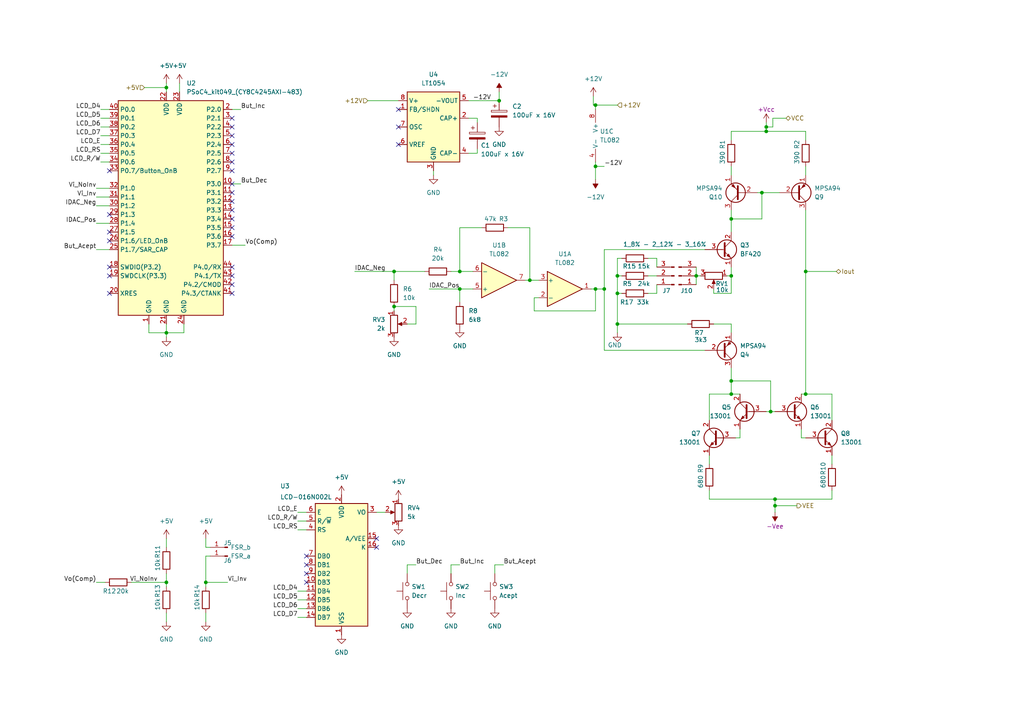
<source format=kicad_sch>
(kicad_sch (version 20231120) (generator "eeschema") (generator_version "8.0")
  (paper "A4")
  (title_block (title "Control_con_PSoC4_y_Fuente_de_corriente") (date "2022-08-27") (rev "1") (company "FaCENA-UNNE") (comment 1 "Dispositivo para relevamiento de umbrales de sensibilidad tactil.") (comment 2 "Tesis MIB: García Cabrera, Jeremías A."))
  (lib_symbols
    (symbol "Amplifier_Operational:TL082" (pin_names (offset 0.127))
      (property "Reference" "U" (at 0 5.08 0))
      (property "Value" "TL082" (at 0 -5.08 0))
      (symbol "TL082_1_1"
        (polyline (pts (xy -5.08 5.08) (xy 5.08 0) (xy -5.08 -5.08) (xy -5.08 5.08)) (stroke (width 0.254)) (fill (type background)))
        (pin output line (at 7.62 0 180) (length 2.54) (name "~") (number "1"))
        (pin input line (at -7.62 -2.54 0) (length 2.54) (name "-") (number "2"))
        (pin input line (at -7.62 2.54 0) (length 2.54) (name "+") (number "3"))
      )
      (symbol "TL082_2_1"
        (polyline (pts (xy -5.08 5.08) (xy 5.08 0) (xy -5.08 -5.08) (xy -5.08 5.08)) (stroke (width 0.254)) (fill (type background)))
        (pin input line (at -7.62 2.54 0) (length 2.54) (name "+") (number "5"))
        (pin input line (at -7.62 -2.54 0) (length 2.54) (name "-") (number "6"))
        (pin output line (at 7.62 0 180) (length 2.54) (name "~") (number "7"))
      )
      (symbol "TL082_3_1"
        (pin power_in line (at -2.54 -7.62 90) (length 3.81) (name "V-") (number "4"))
        (pin power_in line (at -2.54 7.62 270) (length 3.81) (name "V+") (number "8"))
      )
    )
    (symbol "BC547_1" (pin_names (offset 0) hide)
      (property "Reference" "Q1" (at 5.08 1.2701 0))
      (property "Value" "BF422" (at 5.08 -1.2699 0))
      (symbol "BC547_1_0_1"
        (polyline (pts (xy 0 0) (xy 0.635 0)))
        (polyline (pts (xy 0.635 0.635) (xy 2.54 2.54)))
        (polyline (pts (xy 0.635 -0.635) (xy 2.54 -2.54) (xy 2.54 -2.54)))
        (polyline (pts (xy 0.635 1.905) (xy 0.635 -1.905) (xy 0.635 -1.905)) (stroke (width 0.508)))
        (polyline (pts (xy 1.27 -1.778) (xy 1.778 -1.27) (xy 2.286 -2.286) (xy 1.27 -1.778) (xy 1.27 -1.778)) (fill (type outline)))
        (circle (center 1.27 0) (radius 2.8194) (stroke (width 0.254)))
      )
      (symbol "BC547_1_1_1"
        (pin passive line (at 2.54 -5.08 90) (length 2.54) (name "E") (number "1"))
        (pin passive line (at 2.54 5.08 270) (length 2.54) (name "C") (number "2"))
        (pin input line (at -5.08 0 0) (length 5.08) (name "B") (number "3"))
      )
    )
    (symbol "Connector:Conn_01x01_Male" (pin_names (offset 1.016) hide)
      (property "Reference" "J" (at 0 2.54 0))
      (property "Value" "Conn_01x01_Male" (at 0 -2.54 0))
      (symbol "Conn_01x01_Male_1_1"
        (polyline (pts (xy 1.27 0) (xy 0.8636 0)) (stroke (width 0.1524)))
        (rectangle (start 0.8636 0.127) (end 0 -0.127) (stroke (width 0.1524)) (fill (type outline)))
        (pin passive line (at 5.08 0 180) (length 3.81) (name "Pin_1") (number "1"))
      )
    )
    (symbol "Connector:Conn_01x03_Pin" (pin_names (offset 1.016) hide)
      (property "Reference" "J" (at 0 5.08 0))
      (property "Value" "Conn_01x03_Pin" (at 0 -5.08 0))
      (symbol "Conn_01x03_Pin_1_1"
        (polyline (pts (xy 1.27 -2.54) (xy 0.8636 -2.54)) (stroke (width 0.1524)))
        (polyline (pts (xy 1.27 0) (xy 0.8636 0)) (stroke (width 0.1524)))
        (polyline (pts (xy 1.27 2.54) (xy 0.8636 2.54)) (stroke (width 0.1524)))
        (rectangle (start 0.8636 -2.413) (end 0 -2.667) (stroke (width 0.1524)) (fill (type outline)))
        (rectangle (start 0.8636 0.127) (end 0 -0.127) (stroke (width 0.1524)) (fill (type outline)))
        (rectangle (start 0.8636 2.667) (end 0 2.413) (stroke (width 0.1524)) (fill (type outline)))
        (pin passive line (at 5.08 2.54 180) (length 3.81) (name "Pin_1") (number "1"))
        (pin passive line (at 5.08 0 180) (length 3.81) (name "Pin_2") (number "2"))
        (pin passive line (at 5.08 -2.54 180) (length 3.81) (name "Pin_3") (number "3"))
      )
    )
    (symbol "Device:C_Polarized" (pin_numbers hide) (pin_names (offset 0.254))
      (property "Reference" "C" (at 0.635 2.54 0))
      (property "Value" "C_Polarized" (at 0.635 -2.54 0))
      (symbol "C_Polarized_0_1"
        (rectangle (start -2.286 0.508) (end 2.286 1.016))
        (polyline (pts (xy -1.778 2.286) (xy -0.762 2.286)))
        (polyline (pts (xy -1.27 2.794) (xy -1.27 1.778)))
        (rectangle (start 2.286 -0.508) (end -2.286 -1.016) (fill (type outline)))
      )
      (symbol "C_Polarized_1_1"
        (pin passive line (at 0 3.81 270) (length 2.794) (name "~") (number "1"))
        (pin passive line (at 0 -3.81 90) (length 2.794) (name "~") (number "2"))
      )
    )
    (symbol "Device:R" (pin_numbers hide) (pin_names (offset 0))
      (property "Reference" "R" (at 2.032 0 90))
      (property "Value" "R" (at 0 0 90))
      (symbol "R_0_1"
        (rectangle (start -1.016 -2.54) (end 1.016 2.54) (stroke (width 0.254)))
      )
      (symbol "R_1_1"
        (pin passive line (at 0 3.81 270) (length 1.27) (name "~") (number "1"))
        (pin passive line (at 0 -3.81 90) (length 1.27) (name "~") (number "2"))
      )
    )
    (symbol "Device:R_Potentiometer" (pin_names (offset 1.016) hide)
      (property "Reference" "RV" (at -4.445 0 90))
      (property "Value" "R_Potentiometer" (at -2.54 0 90))
      (symbol "R_Potentiometer_0_1"
        (polyline (pts (xy 2.54 0) (xy 1.524 0)))
        (polyline (pts (xy 1.143 0) (xy 2.286 0.508) (xy 2.286 -0.508) (xy 1.143 0)) (fill (type outline)))
        (rectangle (start 1.016 2.54) (end -1.016 -2.54) (stroke (width 0.254)))
      )
      (symbol "R_Potentiometer_1_1"
        (pin passive line (at 0 3.81 270) (length 1.27) (name "1") (number "1"))
        (pin passive line (at 3.81 0 180) (length 1.27) (name "2") (number "2"))
        (pin passive line (at 0 -3.81 90) (length 1.27) (name "3") (number "3"))
      )
    )
    (symbol "Display_Character:LCD-016N002L"
      (property "Reference" "U1" (at -17.78 22.86 0))
      (property "Value" "LCD-016N002L" (at -17.78 19.685 0))
      (symbol "LCD-016N002L_1_1"
        (rectangle (start -7.62 17.78) (end 7.62 -17.78) (stroke (width 0.254)) (fill (type background)))
        (pin power_in line (at 0 -20.32 90) (length 2.54) (name "VSS") (number "1"))
        (pin bidirectional line (at -10.16 -5.08 0) (length 2.54) (name "DB3") (number "10"))
        (pin bidirectional line (at -10.16 -7.62 0) (length 2.54) (name "DB4") (number "11"))
        (pin bidirectional line (at -10.16 -10.16 0) (length 2.54) (name "DB5") (number "12"))
        (pin bidirectional line (at -10.16 -12.7 0) (length 2.54) (name "DB6") (number "13"))
        (pin bidirectional line (at -10.16 -15.24 0) (length 2.54) (name "DB7") (number "14"))
        (pin power_in line (at 10.16 7.62 180) (length 2.54) (name "A/VEE") (number "15"))
        (pin power_in line (at 10.16 5.08 180) (length 2.54) (name "K") (number "16"))
        (pin power_in line (at 0 20.32 270) (length 2.54) (name "VDD") (number "2"))
        (pin input line (at 10.16 15.24 180) (length 2.54) (name "VO") (number "3"))
        (pin input line (at -10.16 10.16 0) (length 2.54) (name "RS") (number "4"))
        (pin input line (at -10.16 12.7 0) (length 2.54) (name "R/~{W}") (number "5"))
        (pin input line (at -10.16 15.24 0) (length 2.54) (name "E") (number "6"))
        (pin bidirectional line (at -10.16 2.54 0) (length 2.54) (name "DB0") (number "7"))
        (pin bidirectional line (at -10.16 0 0) (length 2.54) (name "DB1") (number "8"))
        (pin bidirectional line (at -10.16 -2.54 0) (length 2.54) (name "DB2") (number "9"))
      )
    )
    (symbol "PSoC4_kit049:PSoC4_kit049_(CY8C4245AXI-483)"
      (property "Reference" "U2" (at 2.0194 45.72 0))
      (property "Value" "PSoC4_kit049_(CY8C4245AXI-483)" (at 2.0194 43.18 0))
      (symbol "PSoC4_kit049_(CY8C4245AXI-483)_0_1"
        (rectangle (start -17.78 40.64) (end 12.7 -21.59) (stroke (width 0.254)) (fill (type background)))
      )
      (symbol "PSoC4_kit049_(CY8C4245AXI-483)_1_1"
        (pin power_in line (at -8.89 -24.13 90) (length 2.54) (name "GND") (number "1"))
        (pin bidirectional line (at 15.24 16.51 180) (length 2.54) (name "P3.0") (number "10"))
        (pin bidirectional line (at 15.24 13.97 180) (length 2.54) (name "P3.1") (number "11"))
        (pin bidirectional line (at 15.24 11.43 180) (length 2.54) (name "P3.2") (number "12"))
        (pin bidirectional line (at 15.24 8.89 180) (length 2.54) (name "P3.3") (number "13"))
        (pin bidirectional line (at 15.24 6.35 180) (length 2.54) (name "P3.4") (number "14"))
        (pin bidirectional line (at 15.24 3.81 180) (length 2.54) (name "P3.5") (number "15"))
        (pin bidirectional line (at 15.24 1.27 180) (length 2.54) (name "P3.6") (number "16"))
        (pin bidirectional line (at 15.24 -1.27 180) (length 2.54) (name "P3.7") (number "17"))
        (pin bidirectional line (at -20.32 -7.62 0) (length 2.54) (name "SWDIO(P3.2)") (number "18"))
        (pin bidirectional line (at -20.32 -10.16 0) (length 2.54) (name "SWDCLK(P3.3)") (number "19"))
        (pin bidirectional line (at 15.24 38.1 180) (length 2.54) (name "P2.0") (number "2"))
        (pin input line (at -20.32 -15.24 0) (length 2.54) (name "XRES") (number "20"))
        (pin power_in line (at -3.81 -24.13 90) (length 2.54) (name "GND") (number "21"))
        (pin power_in line (at -3.81 43.18 270) (length 2.54) (name "VDD") (number "22"))
        (pin power_in line (at 0 43.18 270) (length 2.54) (name "VDD") (number "23"))
        (pin power_in line (at 1.27 -24.13 90) (length 2.54) (name "GND") (number "24"))
        (pin bidirectional line (at -20.32 -2.54 0) (length 2.54) (name "P1.7/SAR_CAP") (number "25"))
        (pin bidirectional line (at -20.32 0 0) (length 2.54) (name "P1.6/LED_OnB") (number "26"))
        (pin bidirectional line (at -20.32 2.54 0) (length 2.54) (name "P1.5") (number "27"))
        (pin bidirectional line (at -20.32 5.08 0) (length 2.54) (name "P1.4") (number "28"))
        (pin bidirectional line (at -20.32 7.62 0) (length 2.54) (name "P1.3") (number "29"))
        (pin bidirectional line (at 15.24 35.56 180) (length 2.54) (name "P2.1") (number "3"))
        (pin bidirectional line (at -20.32 10.16 0) (length 2.54) (name "P1.2") (number "30"))
        (pin bidirectional line (at -20.32 12.7 0) (length 2.54) (name "P1.1") (number "31"))
        (pin bidirectional line (at -20.32 15.24 0) (length 2.54) (name "P1.0") (number "32"))
        (pin bidirectional line (at -20.32 20.32 0) (length 2.54) (name "P0.7/Button_OnB") (number "33"))
        (pin bidirectional line (at -20.32 22.86 0) (length 2.54) (name "P0.6") (number "34"))
        (pin bidirectional line (at -20.32 25.4 0) (length 2.54) (name "P0.5") (number "35"))
        (pin bidirectional line (at -20.32 27.94 0) (length 2.54) (name "P0.4") (number "36"))
        (pin bidirectional line (at -20.32 30.48 0) (length 2.54) (name "P0.3") (number "37"))
        (pin bidirectional line (at -20.32 33.02 0) (length 2.54) (name "P0.2") (number "38"))
        (pin bidirectional line (at -20.32 35.56 0) (length 2.54) (name "P0.1") (number "39"))
        (pin bidirectional line (at 15.24 33.02 180) (length 2.54) (name "P2.2") (number "4"))
        (pin bidirectional line (at -20.32 38.1 0) (length 2.54) (name "P0.0") (number "40"))
        (pin bidirectional line (at 15.24 -15.24 180) (length 2.54) (name "P4.3/CTANK") (number "41"))
        (pin bidirectional line (at 15.24 -12.7 180) (length 2.54) (name "P4.2/CMOD") (number "42"))
        (pin bidirectional line (at 15.24 -10.16 180) (length 2.54) (name "P4.1/TX") (number "43"))
        (pin bidirectional line (at 15.24 -7.62 180) (length 2.54) (name "P4.0/RX") (number "44"))
        (pin bidirectional line (at 15.24 30.48 180) (length 2.54) (name "P2.3") (number "5"))
        (pin bidirectional line (at 15.24 27.94 180) (length 2.54) (name "P2.4") (number "6"))
        (pin bidirectional line (at 15.24 25.4 180) (length 2.54) (name "P2.5") (number "7"))
        (pin bidirectional line (at 15.24 22.86 180) (length 2.54) (name "P2.6") (number "8"))
        (pin bidirectional line (at 15.24 20.32 180) (length 2.54) (name "P2.7") (number "9"))
      )
    )
    (symbol "Regulator_SwitchedCapacitor:LT1054"
      (property "Reference" "U" (at -6.604 11.176 0))
      (property "Value" "LT1054" (at 4.318 11.176 0))
      (symbol "LT1054_0_1"
        (rectangle (start -7.62 10.16) (end 7.62 -10.16) (stroke (width 0.254)) (fill (type background)))
      )
      (symbol "LT1054_1_1"
        (pin input line (at -10.16 5.08 0) (length 2.54) (name "FB/SHDN") (number "1"))
        (pin input line (at 10.16 2.54 180) (length 2.54) (name "CAP+") (number "2"))
        (pin power_in line (at 0 -12.7 90) (length 2.54) (name "GND") (number "3"))
        (pin input line (at 10.16 -7.62 180) (length 2.54) (name "CAP-") (number "4"))
        (pin power_out line (at 10.16 7.62 180) (length 2.54) (name "-VOUT") (number "5"))
        (pin output line (at -10.16 -5.08 0) (length 2.54) (name "VREF") (number "6"))
        (pin input line (at -10.16 0 0) (length 2.54) (name "OSC") (number "7"))
        (pin power_in line (at -10.16 7.62 0) (length 2.54) (name "V+") (number "8"))
      )
    )
    (symbol "Switch:SW_Push" (pin_numbers hide) (pin_names (offset 1.016) hide)
      (property "Reference" "SW" (at 1.27 2.54 0))
      (property "Value" "SW_Push" (at 0 -1.524 0))
      (symbol "SW_Push_0_1"
        (circle (center -2.032 0) (radius 0.508))
        (polyline (pts (xy 0 1.27) (xy 0 3.048)))
        (polyline (pts (xy 2.54 1.27) (xy -2.54 1.27)))
        (circle (center 2.032 0) (radius 0.508))
        (pin passive line (at -5.08 0 0) (length 2.54) (name "1") (number "1"))
        (pin passive line (at 5.08 0 180) (length 2.54) (name "2") (number "2"))
      )
    )
    (symbol "Transistor_BJT:13001" (pin_names (offset 1.016) hide)
      (property "Reference" "Q" (at 5.08 1.905 0))
      (property "Value" "13001" (at 5.08 0 0))
      (symbol "13001_0_1"
        (polyline (pts (xy 0 0) (xy 0.635 0)))
        (polyline (pts (xy 0.635 0.635) (xy 2.54 2.54)))
        (polyline (pts (xy 0.635 -0.635) (xy 2.54 -2.54) (xy 2.54 -2.54)))
        (polyline (pts (xy 0.635 1.905) (xy 0.635 -1.905) (xy 0.635 -1.905)) (stroke (width 0.508)))
        (polyline (pts (xy 1.27 -1.778) (xy 1.778 -1.27) (xy 2.286 -2.286) (xy 1.27 -1.778) (xy 1.27 -1.778)) (fill (type outline)))
        (circle (center 1.27 0) (radius 2.8194) (stroke (width 0.254)))
      )
      (symbol "13001_1_1"
        (pin passive line (at 2.54 -5.08 90) (length 2.54) (name "E") (number "1"))
        (pin passive line (at 2.54 5.08 270) (length 2.54) (name "C") (number "2"))
        (pin input line (at -5.08 0 0) (length 5.08) (name "B") (number "3"))
      )
    )
    (symbol "Transistor_BJT:MPSA94" (pin_names (offset 1.016) hide)
      (property "Reference" "Q" (at 5.08 1.905 0))
      (property "Value" "MPSA94" (at 5.08 0 0))
      (symbol "MPSA94_0_1"
        (polyline (pts (xy 0 0) (xy 0.635 0)))
        (polyline (pts (xy 2.54 -2.54) (xy 0.635 -0.635)))
        (polyline (pts (xy 2.54 2.54) (xy 0.635 0.635)))
        (polyline (pts (xy 0.635 1.905) (xy 0.635 -1.905) (xy 0.635 -1.905)) (stroke (width 0.508)) (fill (type outline)))
        (polyline (pts (xy 1.905 -2.413) (xy 2.413 -1.905) (xy 1.397 -1.397) (xy 1.905 -2.413) (xy 1.905 -2.413)) (fill (type outline)))
        (circle (center 1.27 0) (radius 2.8194) (stroke (width 0.254)))
      )
      (symbol "MPSA94_1_1"
        (pin passive line (at 2.54 -5.08 90) (length 2.54) (name "E") (number "1"))
        (pin input line (at -5.08 0 0) (length 5.08) (name "B") (number "2"))
        (pin passive line (at 2.54 5.08 270) (length 2.54) (name "C") (number "3"))
      )
    )
    (symbol "power:+12V" (power) (pin_names (offset 0))
      (property "Value" "+12V" (at 0 3.556 0))
      (symbol "+12V_0_1"
        (polyline (pts (xy -0.762 1.27) (xy 0 2.54)))
        (polyline (pts (xy 0 0) (xy 0 2.54)))
        (polyline (pts (xy 0 2.54) (xy 0.762 1.27)))
      )
      (symbol "+12V_1_1"
        (pin power_in line (at 0 0 90) (length 0) hide (name "+12V") (number "1"))
      )
    )
    (symbol "power:+5V" (power) (pin_names (offset 0))
      (property "Value" "+5V" (at 0 3.556 0))
      (symbol "+5V_0_1"
        (polyline (pts (xy -0.762 1.27) (xy 0 2.54)))
        (polyline (pts (xy 0 0) (xy 0 2.54)))
        (polyline (pts (xy 0 2.54) (xy 0.762 1.27)))
      )
      (symbol "+5V_1_1"
        (pin power_in line (at 0 0 90) (length 0) hide (name "+5V") (number "1"))
      )
    )
    (symbol "power:-12V" (power) (pin_names (offset 0))
      (property "Value" "-12V" (at 0 3.81 0))
      (symbol "-12V_0_0"
        (pin power_in line (at 0 0 90) (length 0) hide (name "-12V") (number "1"))
      )
      (symbol "-12V_0_1"
        (polyline (pts (xy 0 0) (xy 0 1.27) (xy 0.762 1.27) (xy 0 2.54) (xy -0.762 1.27) (xy 0 1.27)) (fill (type outline)))
      )
    )
    (symbol "power:GND" (power) (pin_names (offset 0))
      (property "Value" "GND" (at 0 -3.81 0))
      (symbol "GND_0_1"
        (polyline (pts (xy 0 0) (xy 0 -1.27) (xy 1.27 -1.27) (xy 0 -2.54) (xy -1.27 -1.27) (xy 0 -1.27)))
      )
      (symbol "GND_1_1"
        (pin power_in line (at 0 0 270) (length 0) hide (name "GND") (number "1"))
      )
    )
    (symbol "power:VCC" (power) (pin_names (offset 0))
      (property "Value" "VCC" (at 0 3.81 0))
      (symbol "VCC_0_1"
        (polyline (pts (xy -0.762 1.27) (xy 0 2.54)))
        (polyline (pts (xy 0 0) (xy 0 2.54)))
        (polyline (pts (xy 0 2.54) (xy 0.762 1.27)))
      )
      (symbol "VCC_1_1"
        (pin power_in line (at 0 0 90) (length 0) hide (name "VCC") (number "1"))
      )
    )
    (symbol "power:VEE" (power) (pin_names (offset 0))
      (property "Value" "VEE" (at 0 3.81 0))
      (symbol "VEE_0_1"
        (polyline (pts (xy 0 0) (xy 0 2.54)))
        (polyline (pts (xy 0.762 1.27) (xy -0.762 1.27) (xy 0 2.54) (xy 0.762 1.27)) (fill (type outline)))
      )
      (symbol "VEE_1_1"
        (pin power_in line (at 0 0 90) (length 0) hide (name "VEE") (number "1"))
      )
    )
  )
  (junction (at 222.25 38.1))
  (junction (at 223.52 119.38))
  (junction (at 133.35 83.82))
  (junction (at 224.79 146.685))
  (junction (at 175.26 83.82))
  (junction (at 212.09 63.5))
  (junction (at 179.07 85.09))
  (junction (at 201.93 80.01))
  (junction (at 153.67 81.28))
  (junction (at 114.3 78.74))
  (junction (at 179.07 80.01))
  (junction (at 172.72 30.48))
  (junction (at 59.69 168.91))
  (junction (at 179.07 93.98))
  (junction (at 48.26 96.52))
  (junction (at 144.78 29.21))
  (junction (at 133.35 78.74))
  (junction (at 233.68 114.3))
  (junction (at 212.09 114.3))
  (junction (at 212.09 110.49))
  (junction (at 48.26 168.91))
  (junction (at 212.09 80.01))
  (junction (at 172.72 48.26))
  (junction (at 48.26 25.4))
  (junction (at 224.79 144.78))
  (junction (at 233.68 78.74))
  (junction (at 222.25 36.83))
  (junction (at 114.3 88.9))
  (junction (at 220.98 55.88))
  (junction (at 172.72 83.82))
  (no_connect (at 115.57 31.75))
  (no_connect (at 115.57 36.83))
  (no_connect (at 115.57 41.91))
  (no_connect (at 67.31 77.47))
  (no_connect (at 67.31 80.01))
  (no_connect (at 67.31 82.55))
  (no_connect (at 67.31 85.09))
  (no_connect (at 67.31 68.58))
  (no_connect (at 31.75 49.53))
  (no_connect (at 31.75 85.09))
  (no_connect (at 31.75 80.01))
  (no_connect (at 31.75 77.47))
  (no_connect (at 31.75 69.85))
  (no_connect (at 31.75 67.31))
  (no_connect (at 31.75 62.23))
  (no_connect (at 109.22 156.21))
  (no_connect (at 109.22 158.75))
  (no_connect (at 67.31 46.99))
  (no_connect (at 67.31 44.45))
  (no_connect (at 67.31 41.91))
  (no_connect (at 67.31 39.37))
  (no_connect (at 67.31 36.83))
  (no_connect (at 67.31 34.29))
  (no_connect (at 67.31 53.34))
  (no_connect (at 67.31 49.53))
  (no_connect (at 67.31 55.88))
  (no_connect (at 67.31 58.42))
  (no_connect (at 67.31 60.96))
  (no_connect (at 67.31 63.5))
  (no_connect (at 67.31 66.04))
  (no_connect (at 88.9 161.29))
  (no_connect (at 88.9 163.83))
  (no_connect (at 88.9 166.37))
  (no_connect (at 88.9 168.91))
  (wire (pts (xy 130.81 163.83) (xy 130.81 166.37)))
  (wire (pts (xy 180.34 80.01) (xy 179.07 80.01)))
  (wire (pts (xy 138.43 44.45) (xy 135.89 44.45)))
  (wire (pts (xy 133.35 66.04) (xy 133.35 78.74)))
  (wire (pts (xy 241.3 132.08) (xy 241.3 134.62)))
  (wire (pts (xy 48.26 168.91) (xy 48.26 170.18)))
  (wire (pts (xy 241.3 142.24) (xy 241.3 144.78)))
  (wire (pts (xy 48.26 25.4) (xy 48.26 26.67)))
  (wire (pts (xy 224.155 34.29) (xy 224.155 36.83)))
  (wire (pts (xy 138.43 34.29) (xy 138.43 35.56)))
  (wire (pts (xy 29.21 31.75) (xy 31.75 31.75)))
  (wire (pts (xy 48.26 24.13) (xy 48.26 25.4)))
  (wire (pts (xy 180.34 74.93) (xy 179.07 74.93)))
  (wire (pts (xy 114.3 81.28) (xy 114.3 78.74)))
  (wire (pts (xy 48.26 96.52) (xy 48.26 93.98)))
  (wire (pts (xy 133.35 83.82) (xy 137.16 83.82)))
  (wire (pts (xy 27.94 72.39) (xy 31.75 72.39)))
  (wire (pts (xy 135.89 34.29) (xy 138.43 34.29)))
  (wire (pts (xy 67.31 71.12) (xy 71.12 71.12)))
  (wire (pts (xy 224.79 144.78) (xy 224.79 146.685)))
  (wire (pts (xy 27.94 59.69) (xy 31.75 59.69)))
  (wire (pts (xy 48.26 97.79) (xy 48.26 96.52)))
  (wire (pts (xy 27.94 168.91) (xy 30.48 168.91)))
  (wire (pts (xy 152.4 81.28) (xy 153.67 81.28)))
  (wire (pts (xy 172.72 30.48) (xy 172.72 31.75)))
  (wire (pts (xy 27.94 64.77) (xy 31.75 64.77)))
  (wire (pts (xy 179.07 93.98) (xy 199.39 93.98)))
  (wire (pts (xy 207.01 93.98) (xy 212.09 93.98)))
  (wire (pts (xy 67.31 31.75) (xy 69.85 31.75)))
  (wire (pts (xy 86.36 179.07) (xy 88.9 179.07)))
  (wire (pts (xy 86.36 176.53) (xy 88.9 176.53)))
  (wire (pts (xy 59.69 170.18) (xy 59.69 168.91)))
  (wire (pts (xy 59.69 161.29) (xy 60.96 161.29)))
  (wire (pts (xy 133.35 87.63) (xy 133.35 83.82)))
  (wire (pts (xy 27.94 54.61) (xy 31.75 54.61)))
  (wire (pts (xy 179.07 80.01) (xy 179.07 85.09)))
  (wire (pts (xy 201.93 80.01) (xy 201.93 82.55)))
  (wire (pts (xy 59.69 161.29) (xy 59.69 168.91)))
  (wire (pts (xy 241.3 121.92) (xy 241.3 114.3)))
  (wire (pts (xy 38.1 168.91) (xy 48.26 168.91)))
  (wire (pts (xy 172.72 83.82) (xy 172.72 90.17)))
  (wire (pts (xy 212.09 110.49) (xy 212.09 114.3)))
  (wire (pts (xy 135.89 29.21) (xy 144.78 29.21)))
  (wire (pts (xy 214.63 124.46) (xy 214.63 127)))
  (wire (pts (xy 214.63 127) (xy 213.36 127)))
  (wire (pts (xy 233.68 48.26) (xy 233.68 50.8)))
  (wire (pts (xy 223.52 119.38) (xy 224.79 119.38)))
  (wire (pts (xy 175.26 48.26) (xy 172.72 48.26)))
  (wire (pts (xy 227.965 34.29) (xy 224.155 34.29)))
  (wire (pts (xy 120.65 163.83) (xy 118.11 163.83)))
  (wire (pts (xy 212.09 93.98) (xy 212.09 96.52)))
  (wire (pts (xy 205.74 132.08) (xy 205.74 134.62)))
  (wire (pts (xy 29.21 41.91) (xy 31.75 41.91)))
  (wire (pts (xy 190.5 77.47) (xy 190.5 74.93)))
  (wire (pts (xy 179.07 85.09) (xy 179.07 93.98)))
  (wire (pts (xy 220.98 55.88) (xy 226.06 55.88)))
  (wire (pts (xy 212.09 106.68) (xy 212.09 110.49)))
  (wire (pts (xy 60.96 158.75) (xy 59.69 158.75)))
  (wire (pts (xy 212.09 63.5) (xy 212.09 67.31)))
  (wire (pts (xy 118.11 163.83) (xy 118.11 166.37)))
  (wire (pts (xy 222.25 36.83) (xy 224.155 36.83)))
  (wire (pts (xy 179.07 30.48) (xy 172.72 30.48)))
  (wire (pts (xy 233.68 78.74) (xy 233.68 114.3)))
  (wire (pts (xy 172.085 27.94) (xy 172.085 30.48)))
  (wire (pts (xy 212.09 60.96) (xy 212.09 63.5)))
  (wire (pts (xy 144.78 26.67) (xy 144.78 29.21)))
  (wire (pts (xy 190.5 74.93) (xy 187.96 74.93)))
  (wire (pts (xy 207.01 85.09) (xy 207.01 83.82)))
  (wire (pts (xy 48.26 177.8) (xy 48.26 180.34)))
  (wire (pts (xy 212.09 38.1) (xy 212.09 40.64)))
  (wire (pts (xy 205.74 114.3) (xy 212.09 114.3)))
  (wire (pts (xy 172.72 30.48) (xy 172.085 30.48)))
  (wire (pts (xy 220.98 63.5) (xy 220.98 55.88)))
  (wire (pts (xy 212.09 80.01) (xy 210.82 80.01)))
  (wire (pts (xy 205.74 121.92) (xy 205.74 114.3)))
  (wire (pts (xy 114.3 78.74) (xy 123.19 78.74)))
  (wire (pts (xy 143.51 163.83) (xy 143.51 166.37)))
  (wire (pts (xy 102.87 78.74) (xy 114.3 78.74)))
  (wire (pts (xy 172.72 48.26) (xy 172.72 46.99)))
  (wire (pts (xy 133.35 163.83) (xy 130.81 163.83)))
  (wire (pts (xy 222.25 36.83) (xy 222.25 38.1)))
  (wire (pts (xy 109.22 148.59) (xy 111.76 148.59)))
  (wire (pts (xy 204.47 72.39) (xy 175.26 72.39)))
  (wire (pts (xy 125.73 49.53) (xy 125.73 50.8)))
  (wire (pts (xy 233.68 114.3) (xy 232.41 114.3)))
  (wire (pts (xy 118.11 93.98) (xy 120.65 93.98)))
  (wire (pts (xy 52.07 24.13) (xy 52.07 26.67)))
  (wire (pts (xy 86.36 151.13) (xy 88.9 151.13)))
  (wire (pts (xy 114.3 88.9) (xy 114.3 90.17)))
  (wire (pts (xy 212.09 114.3) (xy 214.63 114.3)))
  (wire (pts (xy 201.93 80.01) (xy 203.2 80.01)))
  (wire (pts (xy 29.21 36.83) (xy 31.75 36.83)))
  (wire (pts (xy 219.71 55.88) (xy 220.98 55.88)))
  (wire (pts (xy 222.25 35.56) (xy 222.25 36.83)))
  (wire (pts (xy 187.96 80.01) (xy 190.5 80.01)))
  (wire (pts (xy 154.94 90.17) (xy 172.72 90.17)))
  (wire (pts (xy 232.41 124.46) (xy 232.41 127)))
  (wire (pts (xy 146.05 163.83) (xy 143.51 163.83)))
  (wire (pts (xy 59.69 168.91) (xy 66.04 168.91)))
  (wire (pts (xy 232.41 127) (xy 233.68 127)))
  (wire (pts (xy 48.26 156.21) (xy 48.26 158.75)))
  (wire (pts (xy 133.35 78.74) (xy 137.16 78.74)))
  (wire (pts (xy 86.36 153.67) (xy 88.9 153.67)))
  (wire (pts (xy 212.09 48.26) (xy 212.09 50.8)))
  (wire (pts (xy 153.67 81.28) (xy 156.21 81.28)))
  (wire (pts (xy 175.26 83.82) (xy 175.26 101.6)))
  (wire (pts (xy 53.34 93.98) (xy 53.34 96.52)))
  (wire (pts (xy 124.46 83.82) (xy 133.35 83.82)))
  (wire (pts (xy 48.26 166.37) (xy 48.26 168.91)))
  (wire (pts (xy 130.81 78.74) (xy 133.35 78.74)))
  (wire (pts (xy 179.07 74.93) (xy 179.07 80.01)))
  (wire (pts (xy 86.36 148.59) (xy 88.9 148.59)))
  (wire (pts (xy 27.94 57.15) (xy 31.75 57.15)))
  (wire (pts (xy 179.07 85.09) (xy 180.34 85.09)))
  (wire (pts (xy 171.45 83.82) (xy 172.72 83.82)))
  (wire (pts (xy 212.09 85.09) (xy 212.09 80.01)))
  (wire (pts (xy 172.72 48.26) (xy 172.72 52.07)))
  (wire (pts (xy 223.52 110.49) (xy 223.52 119.38)))
  (wire (pts (xy 222.25 119.38) (xy 223.52 119.38)))
  (wire (pts (xy 205.74 142.24) (xy 205.74 144.78)))
  (wire (pts (xy 29.21 34.29) (xy 31.75 34.29)))
  (wire (pts (xy 29.21 44.45) (xy 31.75 44.45)))
  (wire (pts (xy 190.5 82.55) (xy 190.5 85.09)))
  (wire (pts (xy 29.21 46.99) (xy 31.75 46.99)))
  (wire (pts (xy 207.01 85.09) (xy 212.09 85.09)))
  (wire (pts (xy 224.79 144.78) (xy 241.3 144.78)))
  (wire (pts (xy 147.32 66.04) (xy 153.67 66.04)))
  (wire (pts (xy 86.36 171.45) (xy 88.9 171.45)))
  (wire (pts (xy 233.68 78.74) (xy 242.57 78.74)))
  (wire (pts (xy 154.94 86.36) (xy 154.94 90.17)))
  (wire (pts (xy 201.93 77.47) (xy 201.93 80.01)))
  (wire (pts (xy 69.85 53.34) (xy 67.31 53.34)))
  (wire (pts (xy 212.09 77.47) (xy 212.09 80.01)))
  (wire (pts (xy 153.67 66.04) (xy 153.67 81.28)))
  (wire (pts (xy 120.65 93.98) (xy 120.65 88.9)))
  (wire (pts (xy 212.09 63.5) (xy 220.98 63.5)))
  (wire (pts (xy 175.26 101.6) (xy 204.47 101.6)))
  (wire (pts (xy 224.79 146.685) (xy 224.79 148.59)))
  (wire (pts (xy 139.7 66.04) (xy 133.35 66.04)))
  (wire (pts (xy 53.34 96.52) (xy 48.26 96.52)))
  (wire (pts (xy 212.09 110.49) (xy 223.52 110.49)))
  (wire (pts (xy 233.68 40.64) (xy 233.68 38.1)))
  (wire (pts (xy 222.25 38.1) (xy 233.68 38.1)))
  (wire (pts (xy 241.3 114.3) (xy 233.68 114.3)))
  (wire (pts (xy 106.68 29.21) (xy 115.57 29.21)))
  (wire (pts (xy 179.07 93.98) (xy 179.07 96.52)))
  (wire (pts (xy 114.3 88.9) (xy 120.65 88.9)))
  (wire (pts (xy 29.21 39.37) (xy 31.75 39.37)))
  (wire (pts (xy 187.96 85.09) (xy 190.5 85.09)))
  (wire (pts (xy 154.94 86.36) (xy 156.21 86.36)))
  (wire (pts (xy 43.18 96.52) (xy 48.26 96.52)))
  (wire (pts (xy 43.18 93.98) (xy 43.18 96.52)))
  (wire (pts (xy 224.79 146.685) (xy 231.14 146.685)))
  (wire (pts (xy 205.74 144.78) (xy 224.79 144.78)))
  (wire (pts (xy 41.91 25.4) (xy 48.26 25.4)))
  (wire (pts (xy 59.69 158.75) (xy 59.69 156.21)))
  (wire (pts (xy 212.09 38.1) (xy 222.25 38.1)))
  (wire (pts (xy 175.26 72.39) (xy 175.26 83.82)))
  (wire (pts (xy 86.36 173.99) (xy 88.9 173.99)))
  (wire (pts (xy 233.68 60.96) (xy 233.68 78.74)))
  (wire (pts (xy 172.72 83.82) (xy 175.26 83.82)))
  (wire (pts (xy 138.43 43.18) (xy 138.43 44.45)))
  (wire (pts (xy 59.69 177.8) (xy 59.69 180.34)))
  (label "LCD_D6" (at 29.21 36.83 180))
  (label "LCD_E" (at 29.21 41.91 180))
  (label "But_Dec" (at 120.65 163.83 0))
  (label "LCD_D5" (at 86.36 173.99 180))
  (label "LCD_R{slash}W" (at 86.36 151.13 180))
  (label "LCD_D7" (at 29.21 39.37 180))
  (label "IDAC_Neg" (at 102.87 78.74 0))
  (label "But_Acept" (at 27.94 72.39 180))
  (label "IDAC_Pos" (at 124.46 83.82 0))
  (label "LCD_R{slash}W" (at 29.21 46.99 180))
  (label "LCD_RS" (at 29.21 44.45 180))
  (label "LCD_D7" (at 86.36 179.07 180))
  (label "Vi_Inv" (at 27.94 57.15 180))
  (label "LCD_D4" (at 29.21 31.75 180))
  (label "LCD_E" (at 86.36 148.59 180))
  (label "But_Inc" (at 133.35 163.83 0))
  (label "But_Acept" (at 146.05 163.83 0))
  (label "But_Dec" (at 69.85 53.34 0))
  (label "IDAC_Pos" (at 27.94 64.77 180))
  (label "Vi_Inv" (at 66.04 168.91 0))
  (label "LCD_D5" (at 29.21 34.29 180))
  (label "-12V" (at 137.16 29.21 0))
  (label "Vi_NoInv" (at 27.94 54.61 180))
  (label "Vo(Comp)" (at 27.94 168.91 180))
  (label "Vo(Comp)" (at 71.12 71.12 0))
  (label "But_Inc" (at 69.85 31.75 0))
  (label "Vi_NoInv" (at 45.72 168.91 180))
  (label "-12V" (at 175.26 48.26 0))
  (label "LCD_RS" (at 86.36 153.67 180))
  (label "LCD_D4" (at 86.36 171.45 180))
  (label "LCD_D6" (at 86.36 176.53 180))
  (label "IDAC_Neg" (at 27.94 59.69 180))
  (hierarchical_label "+12V" (shape input) (at 179.07 30.48 0))
  (hierarchical_label "VEE" (shape output) (at 231.14 146.685 0))
  (hierarchical_label "+12V" (shape input) (at 106.68 29.21 180))
  (hierarchical_label "+5V" (shape input) (at 41.91 25.4 180))
  (hierarchical_label "VCC" (shape bidirectional) (at 227.965 34.29 0))
  (hierarchical_label "Iout" (shape bidirectional) (at 242.57 78.74 0))
  (symbol (lib_id "power:-12V") (at 172.72 52.07 180) (unit 1)
    (property "Reference" "#PWR07" (effects (hide yes)))
    (property "Value" "-12V" (at 172.72 57.15 0))
  )
  (symbol (lib_id "Transistor_BJT:MPSA94") (at 209.55 101.6 0) (mirror x) (unit 1)
    (property "Reference" "Q4" (at 214.63 102.8701 0) (effects (justify left)))
    (property "Value" "MPSA94" (at 214.63 100.3301 0) (effects (justify left)))
    (property "Footprint" "Package_TO_SOT_THT:TO-92_Inline" (effects (hide yes)))
    (property "Datasheet" "http://www.onsemi.com/pub_link/Collateral/MPSA92-D.PDF" (effects (hide yes)))
    (property "Description" "0.2A Ic, 400V Vce, PNP High Voltage Transistor, TO-92" (effects (hide yes)))
  )
  (symbol (lib_id "Device:R") (at 34.29 168.91 270) (unit 1)
    (property "Reference" "R12" (at 31.75 171.45 90))
    (property "Value" "20k" (at 35.56 171.45 90))
    (property "Footprint" "Resistor_THT:R_Axial_DIN0207_L6.3mm_D2.5mm_P10.16mm_Horizontal" (effects (hide yes)))
    (property "Potencia" "1/8w" (effects (hide yes)))
    (property "Tolerancia" "1%" (effects (hide yes)))
  )
  (symbol (lib_id "Amplifier_Operational:TL082") (at 175.26 39.37 0) (unit 3)
    (property "Reference" "U1" (at 173.99 38.0999 0) (effects (justify left)))
    (property "Value" "TL082" (at 173.99 40.6399 0) (effects (justify left)))
    (property "Footprint" "Package_DIP:DIP-8_W10.16mm_LongPads" (effects (hide yes)))
    (property "Datasheet" "http://www.ti.com/lit/ds/symlink/tl081.pdf" (effects (hide yes)))
  )
  (symbol (lib_id "Device:R") (at 114.3 85.09 180) (unit 1)
    (property "Reference" "R6" (at 116.84 83.8199 0) (effects (justify right)))
    (property "Value" "10k" (at 116.84 86.3599 0) (effects (justify right)))
    (property "Footprint" "Resistor_THT:R_Axial_DIN0207_L6.3mm_D2.5mm_P10.16mm_Horizontal" (effects (hide yes)))
    (property "Potencia" "1/8w" (effects (hide yes)))
    (property "Tolerancia" "1%" (effects (hide yes)))
  )
  (symbol (lib_id "Device:R") (at 184.15 74.93 90) (unit 1)
    (property "Reference" "R15" (at 180.594 77.216 90) (effects (justify right)))
    (property "Value" "15k" (at 184.912 77.216 90) (effects (justify right)))
    (property "Footprint" "Resistor_THT:R_Axial_DIN0207_L6.3mm_D2.5mm_P10.16mm_Horizontal" (effects (hide yes)))
    (property "Potencia" "1/8w" (effects (hide yes)))
    (property "Tolerancia" "1%" (effects (hide yes)))
  )
  (symbol (lib_id "power:GND") (at 130.81 176.53 0) (unit 1)
    (property "Reference" "#PWR019" (effects (hide yes)))
    (property "Value" "GND" (at 130.81 181.61 0))
  )
  (symbol (lib_id "Device:R") (at 233.68 44.45 180) (unit 1)
    (property "Reference" "R2" (at 231.14 41.91 90))
    (property "Value" "390" (at 231.14 45.72 90))
    (property "Footprint" "Resistor_THT:R_Axial_DIN0207_L6.3mm_D2.5mm_P10.16mm_Horizontal" (effects (hide yes)))
    (property "Potencia" "1/8w" (effects (hide yes)))
    (property "Tolerancia" "1%" (effects (hide yes)))
  )
  (symbol (lib_id "Switch:SW_Push") (at 130.81 171.45 90) (unit 1)
    (property "Reference" "SW2" (at 132.08 170.1799 90) (effects (justify right)))
    (property "Value" "Inc" (at 132.08 172.7199 90) (effects (justify right)))
    (property "Footprint" "Button_Switch_THT:SW_PUSH_6mm_H7.3mm" (effects (hide yes)))
  )
  (symbol (lib_id "power:+5V") (at 48.26 156.21 0) (unit 1)
    (property "Reference" "#PWR016" (effects (hide yes)))
    (property "Value" "+5V" (at 48.26 151.13 0))
  )
  (symbol (lib_name "BC547_1") (lib_id "Transistor_BJT:BC547") (at 209.55 72.39 0) (unit 1)
    (property "Reference" "Q3" (at 214.63 71.1199 0) (effects (justify left)))
    (property "Value" "BF420" (at 214.63 73.6599 0) (effects (justify left)))
    (property "Footprint" "Proyecto_MIB:BF42X" (effects (hide yes)))
  )
  (symbol (lib_id "Device:R") (at 48.26 162.56 180) (unit 1)
    (property "Reference" "R11" (at 45.72 160.02 90))
    (property "Value" "10k" (at 45.72 163.83 90))
    (property "Footprint" "Resistor_THT:R_Axial_DIN0207_L6.3mm_D2.5mm_P10.16mm_Horizontal" (effects (hide yes)))
    (property "Potencia" "1/8w" (effects (hide yes)))
    (property "Tolerancia" "1%" (effects (hide yes)))
  )
  (symbol (lib_id "Regulator_SwitchedCapacitor:LT1054") (at 125.73 36.83 0) (unit 1)
    (property "Reference" "U4" (at 125.73 21.59 0))
    (property "Value" "LT1054" (at 125.73 24.13 0))
    (property "Footprint" "Package_DIP:DIP-8_W7.62mm_LongPads" (effects (hide yes)))
    (property "Datasheet" "https://www.analog.com/media/en/technical-documentation/data-sheets/1054lfh.pdf" (effects (hide yes)))
    (property "Description" "Switched-Capacitor Voltage Converter with Regulator, output current 100mA, operating range 3.5V to 15V, low loss 1.1V at 100mA, DIP-8/SO-8" (effects (hide yes)))
  )
  (symbol (lib_id "Device:R_Potentiometer") (at 114.3 93.98 0) (unit 1)
    (property "Reference" "RV3" (at 111.76 92.7099 0) (effects (justify right)))
    (property "Value" "2k" (at 111.76 95.2499 0) (effects (justify right)))
    (property "Footprint" "Potentiometer_THT:Potentiometer_Bourns_3296W_Vertical" (effects (hide yes)))
  )
  (symbol (lib_id "Device:C_Polarized") (at 144.78 33.02 0) (unit 1)
    (property "Reference" "C2" (at 148.59 30.8609 0) (effects (justify left)))
    (property "Value" "100uF x 16V" (at 148.59 33.4009 0) (effects (justify left)))
    (property "Footprint" "Capacitor_THT:CP_Radial_D6.3mm_P2.50mm" (effects (hide yes)))
    (property "Description" "Polarized capacitor" (effects (hide yes)))
  )
  (symbol (lib_id "Device:R") (at 203.2 93.98 90) (unit 1)
    (property "Reference" "R7" (at 201.422 96.52 90) (effects (justify right)))
    (property "Value" "3k3" (at 201.422 98.552 90) (effects (justify right)))
    (property "Footprint" "Resistor_THT:R_Axial_DIN0207_L6.3mm_D2.5mm_P10.16mm_Horizontal" (effects (hide yes)))
    (property "Potencia" "1/8w" (effects (hide yes)))
    (property "Tolerancia" "1%" (effects (hide yes)))
  )
  (symbol (lib_id "power:GND") (at 48.26 97.79 0) (unit 1)
    (property "Reference" "#PWR010" (effects (hide yes)))
    (property "Value" "GND" (at 48.26 102.87 0))
  )
  (symbol (lib_id "Transistor_BJT:13001") (at 217.17 119.38 0) (mirror y) (unit 1)
    (property "Reference" "Q5" (at 212.09 118.1099 0) (effects (justify left)))
    (property "Value" "13001" (at 212.09 120.6499 0) (effects (justify left)))
    (property "Footprint" "Package_TO_SOT_THT:TO-92_Inline" (effects (hide yes)))
    (property "Description" "0.3A Ic, 400V Vce, NPN High Voltage Transistor, TO-92" (effects (hide yes)))
  )
  (symbol (lib_id "power:GND") (at 59.69 180.34 0) (unit 1)
    (property "Reference" "#PWR022" (effects (hide yes)))
    (property "Value" "GND" (at 59.69 185.42 0))
  )
  (symbol (lib_id "power:GND") (at 115.57 152.4 0) (mirror y) (unit 1)
    (property "Reference" "#PWR015" (effects (hide yes)))
    (property "Value" "GND" (at 115.57 157.48 0))
  )
  (symbol (lib_id "power:VEE") (at 224.79 148.59 180) (unit 1)
    (property "Reference" "#PWR014" (effects (hide yes)))
    (property "Value" "VEE" (effects (hide yes)))
    (property "Tensión" "-Vee" (at 224.79 152.654 0))
  )
  (symbol (lib_id "Connector:Conn_01x01_Male") (at 66.04 161.29 180) (unit 1)
    (property "Reference" "J6" (at 66.04 162.56 0))
    (property "Value" "FSR_a" (at 69.85 161.29 0))
    (property "Footprint" "Connector_Pin:Pin_D0.9mm_L10.0mm_W2.4mm_FlatFork" (effects (hide yes)))
  )
  (symbol (lib_id "power:GND") (at 143.51 176.53 0) (unit 1)
    (property "Reference" "#PWR020" (effects (hide yes)))
    (property "Value" "GND" (at 143.51 181.61 0))
  )
  (symbol (lib_id "power:+5V") (at 52.07 24.13 0) (unit 1)
    (property "Reference" "#PWR04" (effects (hide yes)))
    (property "Value" "+5V" (at 52.07 19.05 0))
  )
  (symbol (lib_id "Device:R_Potentiometer") (at 207.01 80.01 270) (unit 1)
    (property "Reference" "RV1" (at 211.3279 82.296 90) (effects (justify right)))
    (property "Value" "10k" (at 211.328 84.074 90) (effects (justify right)))
    (property "Footprint" "Potentiometer_THT:Potentiometer_Bourns_3296W_Vertical" (effects (hide yes)))
  )
  (symbol (lib_id "Device:R_Potentiometer") (at 115.57 148.59 0) (mirror y) (unit 1)
    (property "Reference" "RV4" (at 118.11 147.3199 0) (effects (justify right)))
    (property "Value" "5k" (at 118.11 149.8599 0) (effects (justify right)))
    (property "Footprint" "Potentiometer_THT:Potentiometer_Bourns_3296W_Vertical" (effects (hide yes)))
  )
  (symbol (lib_id "Device:R") (at 205.74 138.43 180) (unit 1)
    (property "Reference" "R9" (at 203.2 135.89 90))
    (property "Value" "680" (at 203.2 139.7 90))
    (property "Footprint" "Resistor_THT:R_Axial_DIN0207_L6.3mm_D2.5mm_P10.16mm_Horizontal" (effects (hide yes)))
    (property "Potencia" "1/8w" (effects (hide yes)))
    (property "Tolerancia" "1%" (effects (hide yes)))
  )
  (symbol (lib_id "power:GND") (at 48.26 180.34 0) (unit 1)
    (property "Reference" "#PWR021" (effects (hide yes)))
    (property "Value" "GND" (at 48.26 185.42 0))
  )
  (symbol (lib_id "power:GND") (at 125.73 50.8 0) (unit 1)
    (property "Reference" "#PWR024" (effects (hide yes)))
    (property "Value" "GND" (at 125.73 55.88 0))
  )
  (symbol (lib_id "Connector:Conn_01x03_Pin") (at 196.85 80.01 0) (mirror x) (unit 1)
    (property "Reference" "J10" (at 199.136 84.328 0))
    (property "Value" "1_8% - 2_12% - 3_16%" (effects (hide yes)))
    (property "Description" "Generic connector, single row, 01x03, script generated" (effects (hide yes)))
  )
  (symbol (lib_id "power:GND") (at 144.78 36.83 0) (unit 1)
    (property "Reference" "#PWR025" (effects (hide yes)))
    (property "Value" "GND" (at 144.78 41.91 0))
  )
  (symbol (lib_id "Device:R") (at 212.09 44.45 180) (unit 1)
    (property "Reference" "R1" (at 209.55 41.91 90))
    (property "Value" "390" (at 209.55 45.72 90))
    (property "Footprint" "Resistor_THT:R_Axial_DIN0207_L6.3mm_D2.5mm_P10.16mm_Horizontal" (effects (hide yes)))
    (property "Potencia" "1/8w" (effects (hide yes)))
    (property "Tolerancia" "1%" (effects (hide yes)))
  )
  (symbol (lib_id "power:GND") (at 99.06 184.15 0) (unit 1)
    (property "Reference" "#PWR023" (effects (hide yes)))
    (property "Value" "GND" (at 99.06 189.23 0))
  )
  (symbol (lib_id "Transistor_BJT:MPSA94") (at 214.63 55.88 180) (unit 1)
    (property "Reference" "Q10" (at 209.55 57.1501 0) (effects (justify left)))
    (property "Value" "MPSA94" (at 209.55 54.6101 0) (effects (justify left)))
    (property "Footprint" "Package_TO_SOT_THT:TO-92_Inline" (effects (hide yes)))
    (property "Datasheet" "http://www.onsemi.com/pub_link/Collateral/MPSA92-D.PDF" (effects (hide yes)))
    (property "Description" "0.2A Ic, 400V Vce, PNP High Voltage Transistor, TO-92" (effects (hide yes)))
  )
  (symbol (lib_id "power:+5V") (at 99.06 143.51 0) (unit 1)
    (property "Reference" "#PWR012" (effects (hide yes)))
    (property "Value" "+5V" (at 99.06 138.43 0))
  )
  (symbol (lib_id "power:GND") (at 133.35 95.25 0) (unit 1)
    (property "Reference" "#PWR09" (effects (hide yes)))
    (property "Value" "GND" (at 133.35 100.33 0))
  )
  (symbol (lib_id "Switch:SW_Push") (at 118.11 171.45 90) (unit 1)
    (property "Reference" "SW1" (at 119.38 170.1799 90) (effects (justify right)))
    (property "Value" "Decr" (at 119.38 172.7199 90) (effects (justify right)))
    (property "Footprint" "Button_Switch_THT:SW_PUSH_6mm_H7.3mm" (effects (hide yes)))
  )
  (symbol (lib_id "Device:R") (at 59.69 173.99 180) (unit 1)
    (property "Reference" "R14" (at 57.15 171.45 90))
    (property "Value" "10k" (at 57.15 175.26 90))
    (property "Footprint" "Resistor_THT:R_Axial_DIN0207_L6.3mm_D2.5mm_P10.16mm_Horizontal" (effects (hide yes)))
    (property "Potencia" "1/8w" (effects (hide yes)))
    (property "Tolerancia" "1%" (effects (hide yes)))
  )
  (symbol (lib_id "Device:R") (at 48.26 173.99 180) (unit 1)
    (property "Reference" "R13" (at 45.72 171.45 90))
    (property "Value" "10k" (at 45.72 175.26 90))
    (property "Footprint" "Resistor_THT:R_Axial_DIN0207_L6.3mm_D2.5mm_P10.16mm_Horizontal" (effects (hide yes)))
    (property "Potencia" "1/8w" (effects (hide yes)))
    (property "Tolerancia" "1%" (effects (hide yes)))
  )
  (symbol (lib_id "Device:R") (at 184.15 80.01 90) (unit 1)
    (property "Reference" "R5" (at 180.594 82.296 90) (effects (justify right)))
    (property "Value" "24k" (at 184.912 82.296 90) (effects (justify right)))
    (property "Footprint" "Resistor_THT:R_Axial_DIN0207_L6.3mm_D2.5mm_P10.16mm_Horizontal" (effects (hide yes)))
    (property "Potencia" "1/8w" (effects (hide yes)))
    (property "Tolerancia" "1%" (effects (hide yes)))
  )
  (symbol (lib_id "Device:R") (at 133.35 91.44 0) (unit 1)
    (property "Reference" "R8" (at 135.89 90.1699 0) (effects (justify left)))
    (property "Value" "6k8" (at 135.89 92.7099 0) (effects (justify left)))
    (property "Footprint" "Resistor_THT:R_Axial_DIN0207_L6.3mm_D2.5mm_P10.16mm_Horizontal" (effects (hide yes)))
    (property "Potencia" "1/8w" (effects (hide yes)))
    (property "Tolerancia" "1%" (effects (hide yes)))
  )
  (symbol (lib_id "power:+12V") (at 172.085 27.94 0) (unit 1)
    (property "Reference" "#PWR05" (effects (hide yes)))
    (property "Value" "+12V" (at 172.085 22.86 0))
  )
  (symbol (lib_id "power:+5V") (at 115.57 144.78 0) (unit 1)
    (property "Reference" "#PWR013" (effects (hide yes)))
    (property "Value" "+5V" (at 115.57 139.7 0))
  )
  (symbol (lib_id "Device:R") (at 127 78.74 90) (unit 1)
    (property "Reference" "R4" (at 127 72.39 90))
    (property "Value" "20k" (at 127 74.93 90))
    (property "Footprint" "Resistor_THT:R_Axial_DIN0207_L6.3mm_D2.5mm_P10.16mm_Horizontal" (effects (hide yes)))
    (property "Potencia" "1/8W" (effects (hide yes)))
    (property "Tolerancia" "1%" (effects (hide yes)))
  )
  (symbol (lib_id "Transistor_BJT:13001") (at 208.28 127 0) (mirror y) (unit 1)
    (property "Reference" "Q7" (at 203.2 125.7299 0) (effects (justify left)))
    (property "Value" "13001" (at 203.2 128.2699 0) (effects (justify left)))
    (property "Footprint" "Package_TO_SOT_THT:TO-92_Inline" (effects (hide yes)))
    (property "Description" "0.3A Ic, 400V Vce, NPN High Voltage Transistor, TO-92" (effects (hide yes)))
  )
  (symbol (lib_id "power:+5V") (at 48.26 24.13 0) (unit 1)
    (property "Reference" "#PWR03" (effects (hide yes)))
    (property "Value" "+5V" (at 48.26 19.05 0))
  )
  (symbol (lib_id "PSoC4_kit049:PSoC4_kit049_(CY8C4245AXI-483)") (at 52.07 69.85 0) (unit 1)
    (property "Reference" "U2" (at 54.0894 24.13 0) (effects (justify left)))
    (property "Value" "PSoC4_kit049_(CY8C4245AXI-483)" (at 54.0894 26.67 0) (effects (justify left)))
    (property "Footprint" "Proyecto_MIB:PinSocket_2x22_P2.54mm_Vertical_3" (effects (hide yes)))
    (property "Datasheet" "https://www.infineon.com/dgdl/Infineon-CY8CKIT-049-4xxx_PSoC_4_Prototyping_Kit_Guide-UserManual-v01_00-EN.pdf?fileId=8ac78c8c7d0d8da4017d0ef17bd002cb" (effects (hide yes)))
  )
  (symbol (lib_id "Display_Character:LCD-016N002L") (at 99.06 163.83 0) (unit 1)
    (property "Reference" "U3" (at 81.28 140.97 0) (effects (justify left)))
    (property "Value" "LCD-016N002L" (at 81.28 144.145 0) (effects (justify left)))
    (property "Footprint" "Proyecto_MIB:LCD_pinsonly" (effects (hide yes)))
    (property "Datasheet" "http://www.vishay.com/docs/37299/37299.pdf" (effects (hide yes)))
  )
  (symbol (lib_id "Connector:Conn_01x01_Male") (at 66.04 158.75 180) (unit 1)
    (property "Reference" "J5" (at 66.04 157.48 0))
    (property "Value" "FSR_b" (at 69.85 158.75 0))
    (property "Footprint" "Connector_Pin:Pin_D0.9mm_L10.0mm_W2.4mm_FlatFork" (effects (hide yes)))
  )
  (symbol (lib_id "power:GND") (at 114.3 97.79 0) (unit 1)
    (property "Reference" "#PWR011" (effects (hide yes)))
    (property "Value" "GND" (at 114.3 102.87 0))
  )
  (symbol (lib_id "power:+5V") (at 59.69 156.21 0) (unit 1)
    (property "Reference" "#PWR017" (effects (hide yes)))
    (property "Value" "+5V" (at 59.69 151.13 0))
  )
  (symbol (lib_id "Transistor_BJT:13001") (at 238.76 127 0) (unit 1)
    (property "Reference" "Q8" (at 243.84 125.7299 0) (effects (justify left)))
    (property "Value" "13001" (at 243.84 128.2699 0) (effects (justify left)))
    (property "Footprint" "Package_TO_SOT_THT:TO-92_Inline" (effects (hide yes)))
    (property "Description" "0.3A Ic, 400V Vce, NPN High Voltage Transistor, TO-92" (effects (hide yes)))
  )
  (symbol (lib_id "power:VCC") (at 222.25 35.56 0) (unit 1)
    (property "Reference" "#PWR06" (effects (hide yes)))
    (property "Value" "VCC" (effects (hide yes)))
    (property "Tensión " "+Vcc" (at 222.25 31.75 0))
  )
  (symbol (lib_id "Amplifier_Operational:TL082") (at 144.78 81.28 0) (mirror x) (unit 2)
    (property "Reference" "U1" (at 144.78 71.12 0))
    (property "Value" "TL082" (at 144.78 73.66 0))
    (property "Footprint" "Package_DIP:DIP-8_W10.16mm_LongPads" (effects (hide yes)))
    (property "Datasheet" "http://www.ti.com/lit/ds/symlink/tl081.pdf" (effects (hide yes)))
  )
  (symbol (lib_id "Transistor_BJT:MPSA94") (at 231.14 55.88 0) (mirror x) (unit 1)
    (property "Reference" "Q9" (at 236.22 57.1501 0) (effects (justify left)))
    (property "Value" "MPSA94" (at 236.22 54.6101 0) (effects (justify left)))
    (property "Footprint" "Package_TO_SOT_THT:TO-92_Inline" (effects (hide yes)))
    (property "Datasheet" "http://www.onsemi.com/pub_link/Collateral/MPSA92-D.PDF" (effects (hide yes)))
    (property "Description" "0.2A Ic, 400V Vce, PNP High Voltage Transistor, TO-92" (effects (hide yes)))
  )
  (symbol (lib_id "power:-12V") (at 144.78 26.67 0) (unit 1)
    (property "Reference" "#PWR026" (effects (hide yes)))
    (property "Value" "-12V" (at 144.78 21.59 0))
  )
  (symbol (lib_id "power:GND") (at 179.07 96.52 0) (unit 1)
    (property "Reference" "#PWR08" (effects (hide yes)))
    (property "Value" "GND" (at 176.276 100.076 0) (effects (justify left)))
  )
  (symbol (lib_id "Device:R") (at 241.3 138.43 180) (unit 1)
    (property "Reference" "R10" (at 238.76 135.89 90))
    (property "Value" "680" (at 238.76 139.7 90))
    (property "Footprint" "Resistor_THT:R_Axial_DIN0207_L6.3mm_D2.5mm_P10.16mm_Horizontal" (effects (hide yes)))
    (property "Potencia" "1/8w" (effects (hide yes)))
    (property "Tolerancia" "1%" (effects (hide yes)))
  )
  (symbol (lib_id "power:GND") (at 118.11 176.53 0) (unit 1)
    (property "Reference" "#PWR018" (effects (hide yes)))
    (property "Value" "GND" (at 118.11 181.61 0))
  )
  (symbol (lib_id "Connector:Conn_01x03_Pin") (at 195.58 80.01 180) (unit 1)
    (property "Reference" "J7" (at 193.294 84.328 0))
    (property "Value" "1_8% - 2_12% - 3_16%" (at 192.786 70.866 0))
    (property "Description" "Generic connector, single row, 01x03, script generated" (effects (hide yes)))
  )
  (symbol (lib_id "Device:R") (at 184.15 85.09 90) (unit 1)
    (property "Reference" "R17" (at 179.832 87.63 90) (effects (justify right)))
    (property "Value" "33k" (at 184.658 87.63 90) (effects (justify right)))
    (property "Footprint" "Resistor_THT:R_Axial_DIN0207_L6.3mm_D2.5mm_P10.16mm_Horizontal" (effects (hide yes)))
    (property "Potencia" "1/8w" (effects (hide yes)))
    (property "Tolerancia" "1%" (effects (hide yes)))
  )
  (symbol (lib_id "Amplifier_Operational:TL082") (at 163.83 83.82 0) (unit 1)
    (property "Reference" "U1" (at 163.83 73.66 0))
    (property "Value" "TL082" (at 163.83 76.2 0))
    (property "Footprint" "Package_DIP:DIP-8_W10.16mm_LongPads" (effects (hide yes)))
    (property "Datasheet" "http://www.ti.com/lit/ds/symlink/tl081.pdf" (effects (hide yes)))
  )
  (symbol (lib_id "Device:C_Polarized") (at 138.43 39.37 0) (unit 1)
    (property "Reference" "C1" (at 139.446 42.164 0) (effects (justify left)))
    (property "Value" "100uF x 16V" (at 139.446 44.704 0) (effects (justify left)))
    (property "Footprint" "Capacitor_THT:CP_Radial_D6.3mm_P2.50mm" (effects (hide yes)))
    (property "Description" "Polarized capacitor" (effects (hide yes)))
  )
  (symbol (lib_id "Switch:SW_Push") (at 143.51 171.45 90) (unit 1)
    (property "Reference" "SW3" (at 144.78 170.1799 90) (effects (justify right)))
    (property "Value" "Acept" (at 144.78 172.7199 90) (effects (justify right)))
    (property "Footprint" "Button_Switch_THT:SW_PUSH_6mm_H7.3mm" (effects (hide yes)))
  )
  (symbol (lib_id "Transistor_BJT:13001") (at 229.87 119.38 0) (unit 1)
    (property "Reference" "Q6" (at 234.95 118.1099 0) (effects (justify left)))
    (property "Value" "13001" (at 234.95 120.6499 0) (effects (justify left)))
    (property "Footprint" "Package_TO_SOT_THT:TO-92_Inline" (effects (hide yes)))
    (property "Description" "0.3A Ic, 400V Vce, NPN High Voltage Transistor, TO-92" (effects (hide yes)))
  )
  (symbol (lib_id "Device:R") (at 143.51 66.04 90) (unit 1)
    (property "Reference" "R3" (at 146.05 63.5 90))
    (property "Value" "47k" (at 142.24 63.5 90))
    (property "Footprint" "Resistor_THT:R_Axial_DIN0207_L6.3mm_D2.5mm_P10.16mm_Horizontal" (effects (hide yes)))
    (property "Potencia" "1/8w" (effects (hide yes)))
    (property "Tolerancia" "1%" (effects (hide yes)))
  )
)
</source>
